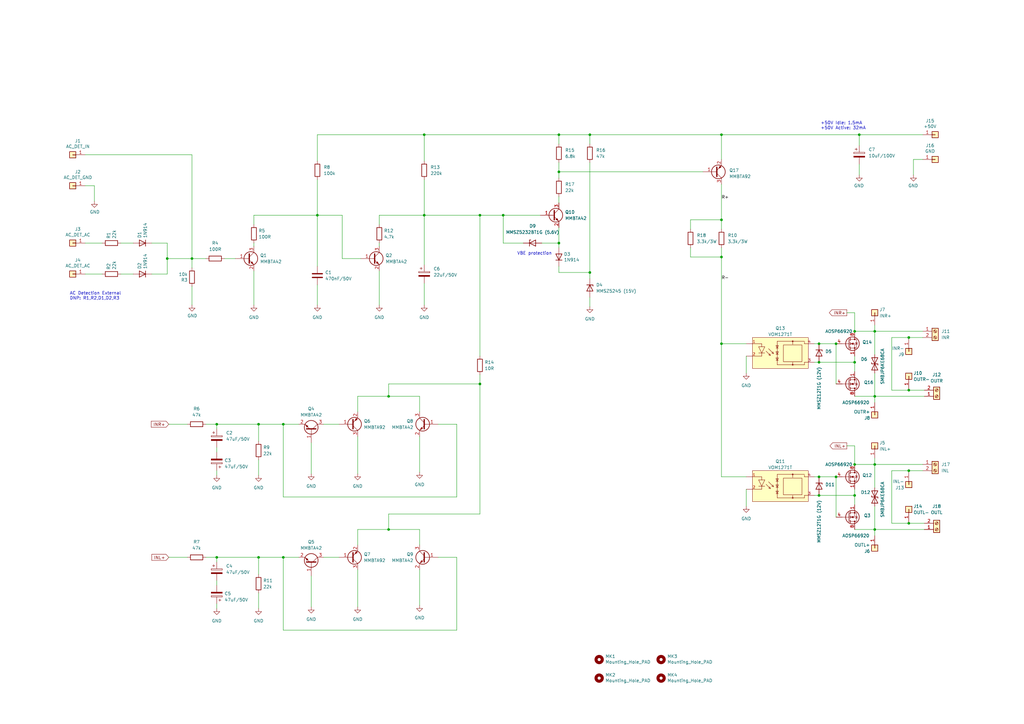
<source format=kicad_sch>
(kicad_sch (version 20230121) (generator eeschema)
  (paper "A3")
  (title_block (title "LS protection solid state relais") (date "2023-07-08") (rev "V8"))
  (lib_symbols
    (symbol "Connector:Screw_Terminal_01x02" (pin_names (offset 1.016) hide)
      (property "Reference" "J" (at 0 2.54 0))
      (property "Value" "Screw_Terminal_01x02" (at 0 -5.08 0))
      (symbol "Screw_Terminal_01x02_1_1"
        (rectangle (start -1.27 1.27) (end 1.27 -3.81) (stroke (width 0.254)) (fill (type background)))
        (circle (center 0 -2.54) (radius 0.635) (stroke (width 0.1524)))
        (polyline (pts (xy -0.5334 -2.2098) (xy 0.3302 -3.048)) (stroke (width 0.1524)))
        (polyline (pts (xy -0.5334 0.3302) (xy 0.3302 -0.508)) (stroke (width 0.1524)))
        (polyline (pts (xy -0.3556 -2.032) (xy 0.508 -2.8702)) (stroke (width 0.1524)))
        (polyline (pts (xy -0.3556 0.508) (xy 0.508 -0.3302)) (stroke (width 0.1524)))
        (circle (center 0 0) (radius 0.635) (stroke (width 0.1524)))
        (pin passive line (at -5.08 0 0) (length 3.81) (name "Pin_1") (number "1"))
        (pin passive line (at -5.08 -2.54 0) (length 3.81) (name "Pin_2") (number "2"))
      )
    )
    (symbol "Connector_Generic:Conn_01x01" (pin_names (offset 1.016) hide)
      (property "Reference" "J" (at 0 2.54 0))
      (property "Value" "Conn_01x01" (at 0 -2.54 0))
      (symbol "Conn_01x01_1_1"
        (rectangle (start -1.27 0.127) (end 0 -0.127) (stroke (width 0.1524)))
        (rectangle (start -1.27 1.27) (end 1.27 -1.27) (stroke (width 0.254)) (fill (type background)))
        (pin passive line (at -5.08 0 0) (length 3.81) (name "Pin_1") (number "1"))
      )
    )
    (symbol "Device:C" (pin_numbers hide) (pin_names (offset 0.254))
      (property "Reference" "C" (at 0.635 2.54 0))
      (property "Value" "C" (at 0.635 -2.54 0))
      (symbol "C_0_1"
        (polyline (pts (xy -2.032 -0.762) (xy 2.032 -0.762)) (stroke (width 0.508)))
        (polyline (pts (xy -2.032 0.762) (xy 2.032 0.762)) (stroke (width 0.508)))
      )
      (symbol "C_1_1"
        (pin passive line (at 0 3.81 270) (length 2.794) (name "~") (number "1"))
        (pin passive line (at 0 -3.81 90) (length 2.794) (name "~") (number "2"))
      )
    )
    (symbol "Device:C_Polarized" (pin_numbers hide) (pin_names (offset 0.254))
      (property "Reference" "C" (at 0.635 2.54 0))
      (property "Value" "C_Polarized" (at 0.635 -2.54 0))
      (symbol "C_Polarized_0_1"
        (rectangle (start -2.286 0.508) (end 2.286 1.016))
        (polyline (pts (xy -1.778 2.286) (xy -0.762 2.286)))
        (polyline (pts (xy -1.27 2.794) (xy -1.27 1.778)))
        (rectangle (start 2.286 -0.508) (end -2.286 -1.016) (fill (type outline)))
      )
      (symbol "C_Polarized_1_1"
        (pin passive line (at 0 3.81 270) (length 2.794) (name "~") (number "1"))
        (pin passive line (at 0 -3.81 90) (length 2.794) (name "~") (number "2"))
      )
    )
    (symbol "Device:D_TVS" (pin_numbers hide) (pin_names (offset 1.016) hide)
      (property "Reference" "D" (at 0 2.54 0))
      (property "Value" "D_TVS" (at 0 -2.54 0))
      (symbol "D_TVS_0_1"
        (polyline (pts (xy 1.27 0) (xy -1.27 0)))
        (polyline (pts (xy 0.508 1.27) (xy 0 1.27) (xy 0 -1.27) (xy -0.508 -1.27)) (stroke (width 0.254)))
        (polyline (pts (xy -2.54 1.27) (xy -2.54 -1.27) (xy 2.54 1.27) (xy 2.54 -1.27) (xy -2.54 1.27)) (stroke (width 0.254)))
      )
      (symbol "D_TVS_1_1"
        (pin passive line (at -3.81 0 0) (length 2.54) (name "A1") (number "1"))
        (pin passive line (at 3.81 0 180) (length 2.54) (name "A2") (number "2"))
      )
    )
    (symbol "Device:R" (pin_numbers hide) (pin_names (offset 0))
      (property "Reference" "R" (at 2.032 0 90))
      (property "Value" "R" (at 0 0 90))
      (symbol "R_0_1"
        (rectangle (start -1.016 -2.54) (end 1.016 2.54) (stroke (width 0.254)))
      )
      (symbol "R_1_1"
        (pin passive line (at 0 3.81 270) (length 1.27) (name "~") (number "1"))
        (pin passive line (at 0 -3.81 90) (length 1.27) (name "~") (number "2"))
      )
    )
    (symbol "Diode:1N4148" (pin_numbers hide) (pin_names (offset 1.016) hide)
      (property "Reference" "D" (at 0 2.54 0))
      (property "Value" "1N4148" (at 0 -2.54 0))
      (symbol "1N4148_0_1"
        (polyline (pts (xy -1.27 1.27) (xy -1.27 -1.27)) (stroke (width 0.254)))
        (polyline (pts (xy 1.27 0) (xy -1.27 0)))
        (polyline (pts (xy 1.27 1.27) (xy 1.27 -1.27) (xy -1.27 0) (xy 1.27 1.27)) (stroke (width 0.254)))
      )
      (symbol "1N4148_1_1"
        (pin passive line (at -3.81 0 0) (length 2.54) (name "K") (number "1"))
        (pin passive line (at 3.81 0 180) (length 2.54) (name "A") (number "2"))
      )
    )
    (symbol "Diode:1N47xxA" (pin_numbers hide) (pin_names (offset 1.016) hide)
      (property "Reference" "D" (at 0 2.54 0))
      (property "Value" "1N47xxA" (at 0 -2.54 0))
      (symbol "1N47xxA_0_1"
        (polyline (pts (xy 1.27 0) (xy -1.27 0)))
        (polyline (pts (xy -1.27 -1.27) (xy -1.27 1.27) (xy -0.762 1.27)) (stroke (width 0.254)))
        (polyline (pts (xy 1.27 -1.27) (xy 1.27 1.27) (xy -1.27 0) (xy 1.27 -1.27)) (stroke (width 0.254)))
      )
      (symbol "1N47xxA_1_1"
        (pin passive line (at -3.81 0 0) (length 2.54) (name "K") (number "1"))
        (pin passive line (at 3.81 0 180) (length 2.54) (name "A") (number "2"))
      )
    )
    (symbol "Mechanical:MountingHole" (pin_names (offset 1.016))
      (property "Reference" "H" (at 0 5.08 0))
      (property "Value" "MountingHole" (at 0 3.175 0))
      (symbol "MountingHole_0_1"
        (circle (center 0 0) (radius 1.27) (stroke (width 1.27)))
      )
    )
    (symbol "Transistor_BJT:MMBTA42" (pin_names (offset 0) hide)
      (property "Reference" "Q" (at 5.08 1.905 0))
      (property "Value" "MMBTA42" (at 5.08 0 0))
      (symbol "MMBTA42_0_1"
        (polyline (pts (xy 0 0) (xy 0.635 0)))
        (polyline (pts (xy 0.635 0.635) (xy 2.54 2.54)))
        (polyline (pts (xy 0.635 -0.635) (xy 2.54 -2.54) (xy 2.54 -2.54)))
        (polyline (pts (xy 0.635 1.905) (xy 0.635 -1.905) (xy 0.635 -1.905)) (stroke (width 0.508)))
        (polyline (pts (xy 1.27 -1.778) (xy 1.778 -1.27) (xy 2.286 -2.286) (xy 1.27 -1.778) (xy 1.27 -1.778)) (fill (type outline)))
        (circle (center 1.27 0) (radius 2.8194) (stroke (width 0.254)))
      )
      (symbol "MMBTA42_1_1"
        (pin input line (at -5.08 0 0) (length 5.08) (name "B") (number "1"))
        (pin passive line (at 2.54 -5.08 90) (length 2.54) (name "E") (number "2"))
        (pin passive line (at 2.54 5.08 270) (length 2.54) (name "C") (number "3"))
      )
    )
    (symbol "Transistor_BJT:MMBTA92" (pin_names (offset 0) hide)
      (property "Reference" "Q" (at 5.08 1.905 0))
      (property "Value" "MMBTA92" (at 5.08 0 0))
      (symbol "MMBTA92_0_1"
        (polyline (pts (xy 0 0) (xy 0.635 0)))
        (polyline (pts (xy 2.54 -2.54) (xy 0.635 -0.635)))
        (polyline (pts (xy 2.54 2.54) (xy 0.635 0.635)))
        (polyline (pts (xy 0.635 1.905) (xy 0.635 -1.905) (xy 0.635 -1.905)) (stroke (width 0.508)) (fill (type outline)))
        (polyline (pts (xy 1.905 -2.413) (xy 2.413 -1.905) (xy 1.397 -1.397) (xy 1.905 -2.413) (xy 1.905 -2.413)) (fill (type outline)))
        (circle (center 1.27 0) (radius 2.8194) (stroke (width 0.254)))
      )
      (symbol "MMBTA92_1_1"
        (pin input line (at -5.08 0 0) (length 5.08) (name "B") (number "1"))
        (pin passive line (at 2.54 -5.08 90) (length 2.54) (name "E") (number "2"))
        (pin passive line (at 2.54 5.08 270) (length 2.54) (name "C") (number "3"))
      )
    )
    (symbol "Transistor_FET:IRF7403" (pin_names hide)
      (property "Reference" "Q" (at 5.08 2.54 0))
      (property "Value" "IRF7403" (at 5.08 0 0))
      (symbol "IRF7403_0_1"
        (polyline (pts (xy 0.254 0) (xy -2.54 0)))
        (polyline (pts (xy 0.254 1.905) (xy 0.254 -1.905)) (stroke (width 0.254)))
        (polyline (pts (xy 0.762 -1.27) (xy 0.762 -2.286)) (stroke (width 0.254)))
        (polyline (pts (xy 0.762 0.508) (xy 0.762 -0.508)) (stroke (width 0.254)))
        (polyline (pts (xy 0.762 2.286) (xy 0.762 1.27)) (stroke (width 0.254)))
        (polyline (pts (xy 2.54 2.54) (xy 2.54 1.778)))
        (polyline (pts (xy 2.54 -2.54) (xy 2.54 0) (xy 0.762 0)))
        (polyline (pts (xy 0.762 -1.778) (xy 3.302 -1.778) (xy 3.302 1.778) (xy 0.762 1.778)))
        (polyline (pts (xy 1.016 0) (xy 2.032 0.381) (xy 2.032 -0.381) (xy 1.016 0)) (fill (type outline)))
        (polyline (pts (xy 2.794 0.508) (xy 2.921 0.381) (xy 3.683 0.381) (xy 3.81 0.254)))
        (polyline (pts (xy 3.302 0.381) (xy 2.921 -0.254) (xy 3.683 -0.254) (xy 3.302 0.381)))
        (circle (center 1.651 0) (radius 2.794) (stroke (width 0.254)))
        (circle (center 2.54 -1.778) (radius 0.254) (fill (type outline)))
        (circle (center 2.54 1.778) (radius 0.254) (fill (type outline)))
      )
      (symbol "IRF7403_1_1"
        (pin passive line (at 2.54 -5.08 90) (length 2.54) (name "S") (number "1"))
        (pin passive line (at 2.54 -5.08 90) (length 2.54) hide (name "S") (number "2"))
        (pin passive line (at 2.54 -5.08 90) (length 2.54) hide (name "S") (number "3"))
        (pin input line (at -5.08 0 0) (length 2.54) (name "G") (number "4"))
        (pin passive line (at 2.54 5.08 270) (length 2.54) hide (name "D") (number "5"))
        (pin passive line (at 2.54 5.08 270) (length 2.54) hide (name "D") (number "6"))
        (pin passive line (at 2.54 5.08 270) (length 2.54) hide (name "D") (number "7"))
        (pin passive line (at 2.54 5.08 270) (length 2.54) (name "D") (number "8"))
      )
    )
    (symbol "kicad-snk:VOM1271T" (pin_names (offset 1.016))
      (property "Reference" "Q" (at 0 5.08 0))
      (property "Value" "VOM1271T" (at 0 7.62 0))
      (symbol "VOM1271T_1_1"
        (polyline (pts (xy 7.62 -3.81) (xy 10.16 -3.81)))
        (polyline (pts (xy 7.62 -1.27) (xy 8.89 -3.81)))
        (polyline (pts (xy 7.62 -1.27) (xy 10.16 -1.27)))
        (polyline (pts (xy 8.89 -5.08) (xy 8.89 -3.81)))
        (polyline (pts (xy 8.89 -3.81) (xy 10.16 -1.27)))
        (polyline (pts (xy 8.89 0) (xy 8.89 -1.27)))
        (polyline (pts (xy 10.668 -3.048) (xy 12.446 -4.826)))
        (polyline (pts (xy 11.684 -2.032) (xy 13.716 -4.064)))
        (polyline (pts (xy 12.446 -4.826) (xy 11.684 -4.572)))
        (polyline (pts (xy 12.446 -4.826) (xy 12.192 -4.064)))
        (polyline (pts (xy 13.716 -4.064) (xy 12.954 -3.81)))
        (polyline (pts (xy 13.716 -4.064) (xy 13.462 -3.302)))
        (polyline (pts (xy 14.732 -6.858) (xy 15.748 -6.858)))
        (polyline (pts (xy 14.732 -5.842) (xy 15.748 -5.842)))
        (polyline (pts (xy 14.732 -4.318) (xy 15.748 -4.318)))
        (polyline (pts (xy 14.732 -3.302) (xy 15.24 -4.318)))
        (polyline (pts (xy 14.732 -3.302) (xy 15.748 -3.302)))
        (polyline (pts (xy 14.732 -1.778) (xy 15.748 -1.778)))
        (polyline (pts (xy 14.732 -0.762) (xy 15.748 -0.762)))
        (polyline (pts (xy 15.24 -8.636) (xy 15.24 1.016)))
        (polyline (pts (xy 15.24 -8.636) (xy 26.416 -8.636)))
        (polyline (pts (xy 15.24 -6.858) (xy 14.732 -5.842)))
        (polyline (pts (xy 15.24 -4.318) (xy 15.748 -3.302)))
        (polyline (pts (xy 15.24 -1.778) (xy 14.732 -0.762)))
        (polyline (pts (xy 15.24 1.016) (xy 26.416 1.016)))
        (polyline (pts (xy 15.748 -5.842) (xy 15.24 -6.858)))
        (polyline (pts (xy 15.748 -0.762) (xy 15.24 -1.778)))
        (polyline (pts (xy 21.59 -8.636) (xy 21.59 -7.62)))
        (polyline (pts (xy 21.59 1.016) (xy 21.59 -0.254)))
        (polyline (pts (xy 26.416 -8.636) (xy 26.416 -7.62)))
        (polyline (pts (xy 26.416 0) (xy 26.416 0.762)))
        (rectangle (start 5.08 2.54) (end 27.94 -10.16) (fill (type background)))
        (rectangle (start 17.78 -0.508) (end 25.4 -7.366) (fill (type background)))
        (circle (center 21.59 -8.636) (radius 0.254))
        (circle (center 21.59 1.016) (radius 0.254))
        (pin passive line (at 2.54 0 0) (length 6.35) (name "ANODE") (number "1"))
        (pin passive line (at 2.54 -5.08 0) (length 6.35) (name "CATHODE") (number "2"))
        (pin passive line (at 30.48 -7.62 180) (length 4.064) (name "3") (number "3"))
        (pin passive line (at 30.48 0 180) (length 4.064) (name "4") (number "4"))
      )
    )
    (symbol "power:GND" (power) (pin_names (offset 0))
      (property "Value" "GND" (at 0 -3.81 0))
      (symbol "GND_0_1"
        (polyline (pts (xy 0 0) (xy 0 -1.27) (xy 1.27 -1.27) (xy 0 -2.54) (xy -1.27 -1.27) (xy 0 -1.27)))
      )
      (symbol "GND_1_1"
        (pin power_in line (at 0 0 270) (length 0) hide (name "GND") (number "1"))
      )
    )
  )
  (junction (at 335.915 195.58))
  (junction (at 68.58 106.045))
  (junction (at 173.99 88.265))
  (junction (at 295.91 55.245))
  (junction (at 88.9 228.6))
  (junction (at 130.175 88.265))
  (junction (at 196.85 88.265))
  (junction (at 342.9 195.58))
  (junction (at 241.935 111.76))
  (junction (at 342.9 140.97))
  (junction (at 106.045 173.99))
  (junction (at 116.205 228.6))
  (junction (at 335.915 203.2))
  (junction (at 106.045 228.6))
  (junction (at 350.52 135.89))
  (junction (at 335.915 148.59))
  (junction (at 206.375 88.265))
  (junction (at 78.74 106.045))
  (junction (at 295.91 140.97))
  (junction (at 358.775 217.17))
  (junction (at 350.52 190.5))
  (junction (at 358.775 190.5))
  (junction (at 352.425 55.245))
  (junction (at 196.85 157.48))
  (junction (at 372.745 214.63))
  (junction (at 295.91 105.41))
  (junction (at 159.385 162.56))
  (junction (at 229.235 70.485))
  (junction (at 372.745 160.02))
  (junction (at 116.205 173.99))
  (junction (at 229.235 55.245))
  (junction (at 358.775 135.89))
  (junction (at 350.52 148.59))
  (junction (at 229.235 99.695))
  (junction (at 159.385 217.17))
  (junction (at 241.935 55.245))
  (junction (at 88.9 173.99))
  (junction (at 335.915 140.97))
  (junction (at 372.745 193.04))
  (junction (at 350.52 203.2))
  (junction (at 295.91 90.17))
  (junction (at 173.99 55.245))
  (junction (at 358.775 162.56))
  (junction (at 372.745 138.43))
  (wire (pts (xy 342.9 140.97) (xy 342.9 157.48)))
  (wire (pts (xy 116.205 203.835) (xy 187.325 203.835)))
  (wire (pts (xy 295.91 55.245) (xy 295.91 65.405)))
  (wire (pts (xy 196.85 210.82) (xy 196.85 157.48)))
  (wire (pts (xy 335.915 148.59) (xy 350.52 148.59)))
  (wire (pts (xy 104.14 111.125) (xy 104.14 125.095)))
  (wire (pts (xy 295.91 55.245) (xy 352.425 55.245)))
  (wire (pts (xy 229.235 70.485) (xy 288.29 70.485)))
  (wire (pts (xy 104.14 99.695) (xy 104.14 100.965)))
  (wire (pts (xy 132.715 228.6) (xy 139.065 228.6)))
  (wire (pts (xy 334.01 195.58) (xy 335.915 195.58)))
  (wire (pts (xy 92.075 106.045) (xy 96.52 106.045)))
  (wire (pts (xy 173.99 116.205) (xy 173.99 125.095)))
  (wire (pts (xy 88.9 228.6) (xy 88.9 230.505)))
  (wire (pts (xy 372.745 193.04) (xy 372.745 193.675)))
  (wire (pts (xy 358.775 217.17) (xy 379.095 217.17)))
  (wire (pts (xy 187.325 258.445) (xy 187.325 228.6)))
  (wire (pts (xy 159.385 157.48) (xy 159.385 162.56)))
  (wire (pts (xy 350.52 135.89) (xy 358.775 135.89)))
  (wire (pts (xy 372.745 159.385) (xy 372.745 160.02)))
  (wire (pts (xy 78.74 117.475) (xy 78.74 125.095)))
  (wire (pts (xy 358.775 145.415) (xy 358.775 135.89)))
  (wire (pts (xy 106.045 243.205) (xy 106.045 249.555)))
  (wire (pts (xy 196.85 157.48) (xy 159.385 157.48)))
  (wire (pts (xy 374.65 65.405) (xy 378.46 65.405)))
  (wire (pts (xy 229.235 93.345) (xy 229.235 99.695)))
  (wire (pts (xy 140.335 106.045) (xy 147.955 106.045)))
  (wire (pts (xy 335.915 140.97) (xy 342.9 140.97)))
  (wire (pts (xy 229.235 111.76) (xy 241.935 111.76)))
  (wire (pts (xy 127.635 181.61) (xy 127.635 194.31)))
  (wire (pts (xy 172.085 217.17) (xy 172.085 223.52)))
  (wire (pts (xy 88.9 173.99) (xy 106.045 173.99)))
  (wire (pts (xy 88.9 183.515) (xy 88.9 185.42)))
  (wire (pts (xy 140.335 88.265) (xy 140.335 106.045)))
  (wire (pts (xy 295.91 90.17) (xy 295.91 93.98)))
  (wire (pts (xy 295.91 140.97) (xy 295.91 195.58)))
  (wire (pts (xy 38.735 76.2) (xy 34.925 76.2)))
  (wire (pts (xy 295.91 105.41) (xy 295.91 140.97)))
  (wire (pts (xy 78.74 63.5) (xy 34.925 63.5)))
  (wire (pts (xy 173.99 88.265) (xy 155.575 88.265)))
  (wire (pts (xy 62.23 112.395) (xy 68.58 112.395)))
  (wire (pts (xy 241.935 121.92) (xy 241.935 125.73)))
  (wire (pts (xy 365.76 193.04) (xy 365.76 214.63)))
  (wire (pts (xy 334.01 203.2) (xy 335.915 203.2)))
  (wire (pts (xy 378.46 193.04) (xy 372.745 193.04)))
  (wire (pts (xy 378.46 138.43) (xy 372.745 138.43)))
  (wire (pts (xy 306.07 146.05) (xy 306.07 153.035)))
  (wire (pts (xy 116.205 228.6) (xy 116.205 258.445)))
  (wire (pts (xy 78.74 106.045) (xy 84.455 106.045)))
  (wire (pts (xy 49.53 99.695) (xy 54.61 99.695)))
  (wire (pts (xy 206.375 88.265) (xy 221.615 88.265)))
  (wire (pts (xy 347.345 182.88) (xy 350.52 182.88)))
  (wire (pts (xy 106.045 188.595) (xy 106.045 194.945)))
  (wire (pts (xy 358.775 190.5) (xy 378.46 190.5)))
  (wire (pts (xy 127.635 236.22) (xy 127.635 248.92)))
  (wire (pts (xy 350.52 200.66) (xy 350.52 203.2)))
  (wire (pts (xy 295.91 195.58) (xy 306.07 195.58)))
  (wire (pts (xy 283.21 93.98) (xy 283.21 90.17)))
  (wire (pts (xy 295.91 101.6) (xy 295.91 105.41)))
  (wire (pts (xy 241.935 111.76) (xy 241.935 114.3)))
  (wire (pts (xy 352.425 55.245) (xy 378.46 55.245)))
  (wire (pts (xy 229.235 109.22) (xy 229.235 111.76)))
  (wire (pts (xy 372.745 160.02) (xy 379.095 160.02)))
  (wire (pts (xy 155.575 88.265) (xy 155.575 92.075)))
  (wire (pts (xy 34.925 99.695) (xy 41.91 99.695)))
  (wire (pts (xy 173.99 55.245) (xy 130.175 55.245)))
  (wire (pts (xy 34.925 112.395) (xy 41.91 112.395)))
  (wire (pts (xy 68.58 106.045) (xy 68.58 112.395)))
  (wire (pts (xy 229.235 66.675) (xy 229.235 70.485)))
  (wire (pts (xy 49.53 112.395) (xy 54.61 112.395)))
  (wire (pts (xy 155.575 99.695) (xy 155.575 100.965)))
  (wire (pts (xy 106.045 228.6) (xy 116.205 228.6)))
  (wire (pts (xy 116.205 258.445) (xy 187.325 258.445)))
  (wire (pts (xy 173.99 73.66) (xy 173.99 88.265)))
  (wire (pts (xy 104.14 88.265) (xy 104.14 92.075)))
  (wire (pts (xy 196.85 88.265) (xy 196.85 146.05)))
  (wire (pts (xy 130.175 88.265) (xy 140.335 88.265)))
  (wire (pts (xy 295.91 140.97) (xy 306.07 140.97)))
  (wire (pts (xy 334.01 140.97) (xy 335.915 140.97)))
  (wire (pts (xy 350.52 217.17) (xy 358.775 217.17)))
  (wire (pts (xy 159.385 217.17) (xy 159.385 210.82)))
  (wire (pts (xy 106.045 173.99) (xy 106.045 180.975)))
  (wire (pts (xy 106.045 173.99) (xy 116.205 173.99)))
  (wire (pts (xy 116.205 173.99) (xy 122.555 173.99)))
  (wire (pts (xy 104.14 88.265) (xy 130.175 88.265)))
  (wire (pts (xy 358.775 207.645) (xy 358.775 217.17)))
  (wire (pts (xy 352.425 67.31) (xy 352.425 71.755)))
  (wire (pts (xy 78.74 106.045) (xy 78.74 109.855)))
  (wire (pts (xy 187.325 228.6) (xy 179.705 228.6)))
  (wire (pts (xy 130.175 73.66) (xy 130.175 88.265)))
  (wire (pts (xy 358.775 187.96) (xy 358.775 190.5)))
  (wire (pts (xy 358.775 217.17) (xy 358.775 219.71)))
  (wire (pts (xy 241.935 55.245) (xy 241.935 59.055)))
  (wire (pts (xy 146.685 179.07) (xy 146.685 194.31)))
  (wire (pts (xy 347.345 128.27) (xy 350.52 128.27)))
  (wire (pts (xy 173.99 55.245) (xy 229.235 55.245)))
  (wire (pts (xy 106.045 228.6) (xy 106.045 235.585)))
  (wire (pts (xy 350.52 182.88) (xy 350.52 190.5)))
  (wire (pts (xy 334.01 148.59) (xy 335.915 148.59)))
  (wire (pts (xy 342.9 195.58) (xy 342.9 212.09)))
  (wire (pts (xy 173.99 55.245) (xy 173.99 66.04)))
  (wire (pts (xy 295.91 75.565) (xy 295.91 90.17)))
  (wire (pts (xy 130.175 55.245) (xy 130.175 66.04)))
  (wire (pts (xy 130.175 88.265) (xy 130.175 109.22)))
  (wire (pts (xy 172.085 179.07) (xy 172.085 193.675)))
  (wire (pts (xy 68.58 99.695) (xy 62.23 99.695)))
  (wire (pts (xy 350.52 148.59) (xy 350.52 152.4)))
  (wire (pts (xy 283.21 105.41) (xy 283.21 101.6)))
  (wire (pts (xy 358.775 153.035) (xy 358.775 162.56)))
  (wire (pts (xy 222.25 99.695) (xy 229.235 99.695)))
  (wire (pts (xy 173.99 88.265) (xy 196.85 88.265)))
  (wire (pts (xy 159.385 162.56) (xy 172.085 162.56)))
  (wire (pts (xy 88.9 173.99) (xy 88.9 175.895)))
  (wire (pts (xy 283.21 90.17) (xy 295.91 90.17)))
  (wire (pts (xy 68.58 106.045) (xy 78.74 106.045)))
  (wire (pts (xy 350.52 146.05) (xy 350.52 148.59)))
  (wire (pts (xy 88.9 228.6) (xy 106.045 228.6)))
  (wire (pts (xy 229.235 99.695) (xy 229.235 101.6)))
  (wire (pts (xy 229.235 55.245) (xy 229.235 59.055)))
  (wire (pts (xy 350.52 128.27) (xy 350.52 135.89)))
  (wire (pts (xy 38.735 82.55) (xy 38.735 76.2)))
  (wire (pts (xy 187.325 203.835) (xy 187.325 173.99)))
  (wire (pts (xy 116.205 173.99) (xy 116.205 203.835)))
  (wire (pts (xy 229.235 70.485) (xy 229.235 73.025)))
  (wire (pts (xy 146.685 162.56) (xy 159.385 162.56)))
  (wire (pts (xy 88.9 193.04) (xy 88.9 194.945)))
  (wire (pts (xy 241.935 66.675) (xy 241.935 111.76)))
  (wire (pts (xy 88.9 238.125) (xy 88.9 240.03)))
  (wire (pts (xy 372.745 193.04) (xy 365.76 193.04)))
  (wire (pts (xy 372.745 213.995) (xy 372.745 214.63)))
  (wire (pts (xy 172.085 233.68) (xy 172.085 248.285)))
  (wire (pts (xy 146.685 217.17) (xy 159.385 217.17)))
  (wire (pts (xy 88.9 247.65) (xy 88.9 249.555)))
  (wire (pts (xy 365.76 160.02) (xy 372.745 160.02)))
  (wire (pts (xy 335.915 195.58) (xy 342.9 195.58)))
  (wire (pts (xy 196.85 153.67) (xy 196.85 157.48)))
  (wire (pts (xy 187.325 173.99) (xy 179.705 173.99)))
  (wire (pts (xy 335.915 203.2) (xy 350.52 203.2)))
  (wire (pts (xy 132.715 173.99) (xy 139.065 173.99)))
  (wire (pts (xy 350.52 162.56) (xy 358.775 162.56)))
  (wire (pts (xy 68.58 106.045) (xy 68.58 99.695)))
  (wire (pts (xy 69.215 173.99) (xy 76.835 173.99)))
  (wire (pts (xy 358.775 133.35) (xy 358.775 135.89)))
  (wire (pts (xy 372.745 214.63) (xy 379.095 214.63)))
  (wire (pts (xy 146.685 223.52) (xy 146.685 217.17)))
  (wire (pts (xy 206.375 99.695) (xy 206.375 88.265)))
  (wire (pts (xy 172.085 162.56) (xy 172.085 168.91)))
  (wire (pts (xy 358.775 200.025) (xy 358.775 190.5)))
  (wire (pts (xy 78.74 106.045) (xy 78.74 63.5)))
  (wire (pts (xy 196.85 88.265) (xy 206.375 88.265)))
  (wire (pts (xy 159.385 217.17) (xy 172.085 217.17)))
  (wire (pts (xy 84.455 228.6) (xy 88.9 228.6)))
  (wire (pts (xy 173.99 88.265) (xy 173.99 108.585)))
  (wire (pts (xy 358.775 135.89) (xy 378.46 135.89)))
  (wire (pts (xy 146.685 168.91) (xy 146.685 162.56)))
  (wire (pts (xy 229.235 80.645) (xy 229.235 83.185)))
  (wire (pts (xy 69.215 228.6) (xy 76.835 228.6)))
  (wire (pts (xy 84.455 173.99) (xy 88.9 173.99)))
  (wire (pts (xy 372.745 138.43) (xy 365.76 138.43)))
  (wire (pts (xy 283.21 105.41) (xy 295.91 105.41)))
  (wire (pts (xy 358.775 162.56) (xy 358.775 165.1)))
  (wire (pts (xy 155.575 111.125) (xy 155.575 125.095)))
  (wire (pts (xy 365.76 138.43) (xy 365.76 160.02)))
  (wire (pts (xy 365.76 214.63) (xy 372.745 214.63)))
  (wire (pts (xy 352.425 55.245) (xy 352.425 59.69)))
  (wire (pts (xy 130.175 116.84) (xy 130.175 125.095)))
  (wire (pts (xy 159.385 210.82) (xy 196.85 210.82)))
  (wire (pts (xy 146.685 233.68) (xy 146.685 248.92)))
  (wire (pts (xy 241.935 55.245) (xy 295.91 55.245)))
  (wire (pts (xy 372.745 138.43) (xy 372.745 139.065)))
  (wire (pts (xy 350.52 203.2) (xy 350.52 207.01)))
  (wire (pts (xy 374.65 71.755) (xy 374.65 65.405)))
  (wire (pts (xy 214.63 99.695) (xy 206.375 99.695)))
  (wire (pts (xy 229.235 55.245) (xy 241.935 55.245)))
  (wire (pts (xy 350.52 190.5) (xy 358.775 190.5)))
  (wire (pts (xy 306.07 200.66) (xy 306.07 207.645)))
  (wire (pts (xy 116.205 228.6) (xy 122.555 228.6)))
  (wire (pts (xy 358.775 162.56) (xy 379.095 162.56)))
  (text "+50V Idle: 1.5mA\n+50V Active: 32mA" (at 336.55 53.34 0) (effects (font (size 1.27 1.27)) (justify left bottom)))
  (text "AC Detection External\nDNP: R1,R2,D1,D2,R3" (at 28.575 123.19 0) (effects (font (size 1.27 1.27)) (justify left bottom)))
  (text "VBE protection" (at 212.09 104.775 0) (effects (font (size 1.27 1.27)) (justify left bottom)))
  (label "R+" (at 295.91 81.915 0))
  (label "R-" (at 295.91 114.935 0))
  (global_label "INL+" (shape output) (at 347.345 182.88 180) (property "Intersheetrefs" "${INTERSHEET_REFS}" (effects hide)))
  (global_label "INL+" (shape input) (at 69.215 228.6 180) (property "Intersheetrefs" "${INTERSHEET_REFS}" (effects hide)))
  (global_label "INR+" (shape output) (at 347.345 128.27 180) (property "Intersheetrefs" "${INTERSHEET_REFS}" (effects hide)))
  (global_label "INR+" (shape input) (at 69.215 173.99 180) (property "Intersheetrefs" "${INTERSHEET_REFS}" (effects hide)))
  (symbol (lib_id "power:GND") (at 374.65 71.755 0) (mirror y) (unit 1)
    (property "Reference" "#PWR0101" (effects hide))
    (property "Value" "GND" (at 374.523 76.1492 0))
  )
  (symbol (lib_id "Diode:1N47xxA") (at 335.915 144.78 270) (unit 1)
    (property "Reference" "D5" (at 338.455 144.145 90) (effects (justify left)))
    (property "Value" "MMSZ12T1G (12V)" (at 335.915 150.495 0) (effects (justify left)))
    (property "Footprint" "Diode_SMD:D_SOD-123" (effects hide))
  )
  (symbol (lib_id "power:GND") (at 306.07 207.645 0) (unit 1)
    (property "Reference" "#PWR0102" (effects hide))
    (property "Value" "GND" (at 306.07 212.725 0))
  )
  (symbol (lib_id "power:GND") (at 146.685 248.92 0) (unit 1)
    (property "Reference" "#PWR0110" (effects hide))
    (property "Value" "GND" (at 146.685 254 0))
  )
  (symbol (lib_id "Connector_Generic:Conn_01x01") (at 358.775 128.27 90) (unit 1)
    (property "Reference" "J7" (at 360.68 127 90) (effects (justify right)))
    (property "Value" "INR+" (at 360.68 129.54 90) (effects (justify right)))
    (property "Footprint" "kicad-snk:TE-726386-2_Pitch5.08mm_Drill1.3mm" (effects hide))
  )
  (symbol (lib_id "Device:R") (at 104.14 95.885 0) (unit 1)
    (property "Reference" "R5" (at 106.045 94.6149 0) (effects (justify left)))
    (property "Value" "100R" (at 106.045 97.1549 0) (effects (justify left)))
    (property "Footprint" "Resistor_SMD:R_0805_2012Metric_Pad1.20x1.40mm_HandSolder" (effects hide))
  )
  (symbol (lib_id "Transistor_FET:IRF7403") (at 347.98 195.58 0) (unit 1)
    (property "Reference" "Q12" (at 353.695 194.945 0) (effects (justify left)))
    (property "Value" "AOSP66920" (at 338.455 190.5 0) (effects (justify left)))
    (property "Footprint" "Package_SO:SOIC-8_3.9x4.9mm_P1.27mm" (effects hide))
    (property "Datasheet" "https://www.infineon.com/dgdl/irf7403pbf.pdf?fileId=5546d462533600a4015355fa23541b9c" (effects hide))
  )
  (symbol (lib_id "Transistor_BJT:MMBTA42") (at 174.625 228.6 0) (mirror y) (unit 1)
    (property "Reference" "Q9" (at 169.545 227.3299 0) (effects (justify left)))
    (property "Value" "MMBTA42" (at 169.545 229.8699 0) (effects (justify left)))
    (property "Footprint" "Package_TO_SOT_SMD:SOT-23" (effects hide))
    (property "Datasheet" "https://www.onsemi.com/pub/Collateral/MMBTA42LT1-D.PDF" (effects hide))
  )
  (symbol (lib_id "Transistor_BJT:MMBTA42") (at 101.6 106.045 0) (unit 1)
    (property "Reference" "Q1" (at 106.68 104.7749 0) (effects (justify left)))
    (property "Value" "MMBTA42" (at 106.68 107.3149 0) (effects (justify left)))
    (property "Footprint" "Package_TO_SOT_SMD:SOT-23" (effects hide))
    (property "Datasheet" "https://www.onsemi.com/pub/Collateral/MMBTA42LT1-D.PDF" (effects hide))
  )
  (symbol (lib_id "Transistor_BJT:MMBTA42") (at 153.035 106.045 0) (unit 1)
    (property "Reference" "Q2" (at 158.115 104.7749 0) (effects (justify left)))
    (property "Value" "MMBTA42" (at 158.115 107.3149 0) (effects (justify left)))
    (property "Footprint" "Package_TO_SOT_SMD:SOT-23" (effects hide))
    (property "Datasheet" "https://www.onsemi.com/pub/Collateral/MMBTA42LT1-D.PDF" (effects hide))
  )
  (symbol (lib_id "Connector_Generic:Conn_01x01") (at 358.775 170.18 270) (unit 1)
    (property "Reference" "J8" (at 356.87 171.45 90) (effects (justify right)))
    (property "Value" "OUTR+" (at 356.87 168.91 90) (effects (justify right)))
    (property "Footprint" "kicad-snk:TE-726386-2_Pitch5.08mm_Drill1.3mm" (effects hide))
  )
  (symbol (lib_id "Mechanical:MountingHole") (at 271.145 278.13 0) (unit 1)
    (property "Reference" "MK4" (at 273.685 276.8346 0) (effects (justify left)))
    (property "Value" "Mounting_Hole_PAD" (at 273.685 279.146 0) (effects (justify left)))
    (property "Footprint" "MountingHole:MountingHole_3.2mm_M3_Pad_Via" (effects hide))
  )
  (symbol (lib_id "Mechanical:MountingHole") (at 245.745 278.13 0) (unit 1)
    (property "Reference" "MK2" (at 248.285 276.8346 0) (effects (justify left)))
    (property "Value" "Mounting_Hole_PAD" (at 248.285 279.146 0) (effects (justify left)))
    (property "Footprint" "MountingHole:MountingHole_3.2mm_M3_Pad_Via" (effects hide))
  )
  (symbol (lib_id "Connector:Screw_Terminal_01x02") (at 383.54 135.89 0) (unit 1)
    (property "Reference" "J11" (at 386.08 135.8899 0) (effects (justify left)))
    (property "Value" "INR" (at 386.08 138.4299 0) (effects (justify left)))
    (property "Footprint" "TerminalBlock_RND:TerminalBlock_RND_205-00012_1x02_P5.00mm_Horizontal" (effects hide))
  )
  (symbol (lib_id "Diode:1N4148") (at 229.235 105.41 90) (unit 1)
    (property "Reference" "D3" (at 231.267 104.2416 90) (effects (justify right)))
    (property "Value" "1N914" (at 231.267 106.553 90) (effects (justify right)))
    (property "Footprint" "Diode_SMD:D_SOD-123" (effects hide))
    (property "Datasheet" "https://assets.nexperia.com/documents/data-sheet/1N4148_1N4448.pdf" (effects hide))
  )
  (symbol (lib_id "Connector_Generic:Conn_01x01") (at 29.845 63.5 180) (unit 1)
    (property "Reference" "J1" (at 31.9278 57.785 0))
    (property "Value" "AC_DET_IN" (at 31.9278 60.0964 0))
    (property "Footprint" "Connector_Pin:Pin_D1.0mm_L10.0mm" (effects hide))
  )
  (symbol (lib_id "Device:R") (at 45.72 112.395 90) (unit 1)
    (property "Reference" "R2" (at 44.5516 110.617 0) (effects (justify left)))
    (property "Value" "22k" (at 46.863 110.617 0) (effects (justify left)))
    (property "Footprint" "Resistor_SMD:R_0805_2012Metric_Pad1.20x1.40mm_HandSolder" (effects hide))
  )
  (symbol (lib_id "Device:C_Polarized") (at 88.9 189.23 180) (unit 1)
    (property "Reference" "C3" (at 92.075 188.8489 0) (effects (justify right)))
    (property "Value" "47uF/50V" (at 92.075 191.3889 0) (effects (justify right)))
    (property "Footprint" "Capacitor_THT:CP_Radial_D6.3mm_P2.50mm" (effects hide))
  )
  (symbol (lib_id "Connector_Generic:Conn_01x01") (at 29.845 112.395 180) (unit 1)
    (property "Reference" "J4" (at 31.9278 106.68 0))
    (property "Value" "AC_DET_AC" (at 31.9278 108.9914 0))
    (property "Footprint" "Connector_Pin:Pin_D1.0mm_L10.0mm" (effects hide))
  )
  (symbol (lib_id "Transistor_FET:IRF7403") (at 347.98 157.48 0) (mirror x) (unit 1)
    (property "Reference" "Q16" (at 354.33 156.845 0) (effects (justify left)))
    (property "Value" "AOSP66920" (at 345.44 165.1 0) (effects (justify left)))
    (property "Footprint" "Package_SO:SOIC-8_3.9x4.9mm_P1.27mm" (effects hide))
    (property "Datasheet" "https://www.infineon.com/dgdl/irf7403pbf.pdf?fileId=5546d462533600a4015355fa23541b9c" (effects hide))
  )
  (symbol (lib_id "power:GND") (at 38.735 82.55 0) (unit 1)
    (property "Reference" "#PWR0119" (effects hide))
    (property "Value" "GND" (at 38.862 86.9442 0))
  )
  (symbol (lib_id "Connector_Generic:Conn_01x01") (at 358.775 182.88 90) (unit 1)
    (property "Reference" "J5" (at 360.68 181.61 90) (effects (justify right)))
    (property "Value" "INL+" (at 360.68 184.15 90) (effects (justify right)))
    (property "Footprint" "kicad-snk:TE-726386-2_Pitch5.08mm_Drill1.3mm" (effects hide))
  )
  (symbol (lib_id "Device:R") (at 173.99 69.85 0) (unit 1)
    (property "Reference" "R13" (at 176.53 68.5799 0) (effects (justify left)))
    (property "Value" "220k" (at 176.53 71.1199 0) (effects (justify left)))
    (property "Footprint" "Resistor_SMD:R_0805_2012Metric_Pad1.20x1.40mm_HandSolder" (effects hide))
  )
  (symbol (lib_id "power:GND") (at 127.635 248.92 0) (unit 1)
    (property "Reference" "#PWR0107" (effects hide))
    (property "Value" "GND" (at 127.635 254 0))
  )
  (symbol (lib_id "power:GND") (at 88.9 249.555 0) (unit 1)
    (property "Reference" "#PWR0108" (effects hide))
    (property "Value" "GND" (at 88.9 254.635 0))
  )
  (symbol (lib_id "Mechanical:MountingHole") (at 271.145 270.51 0) (unit 1)
    (property "Reference" "MK3" (at 273.685 269.2146 0) (effects (justify left)))
    (property "Value" "Mounting_Hole_PAD" (at 273.685 271.526 0) (effects (justify left)))
    (property "Footprint" "MountingHole:MountingHole_3.2mm_M3_Pad_Via" (effects hide))
  )
  (symbol (lib_id "power:GND") (at 352.425 71.755 0) (mirror y) (unit 1)
    (property "Reference" "#PWR02" (effects hide))
    (property "Value" "GND" (at 352.298 76.1492 0))
  )
  (symbol (lib_id "Transistor_BJT:MMBTA92") (at 293.37 70.485 0) (mirror x) (unit 1)
    (property "Reference" "Q17" (at 299.085 69.85 0) (effects (justify left)))
    (property "Value" "MMBTA92" (at 299.085 72.39 0) (effects (justify left)))
    (property "Footprint" "Package_TO_SOT_SMD:SOT-23" (effects hide))
    (property "Datasheet" "https://www.onsemi.com/pub/Collateral/MMBTA92LT1-D.PDF" (effects hide))
  )
  (symbol (lib_id "Connector_Generic:Conn_01x01") (at 383.54 65.405 0) (mirror x) (unit 1)
    (property "Reference" "J16" (at 381.4572 59.69 0))
    (property "Value" "GND" (at 381.4572 62.0014 0))
    (property "Footprint" "Connector_Pin:Pin_D1.0mm_L10.0mm" (effects hide))
  )
  (symbol (lib_id "Device:C_Polarized") (at 88.9 234.315 0) (unit 1)
    (property "Reference" "C4" (at 92.71 232.1559 0) (effects (justify left)))
    (property "Value" "47uF/50V" (at 92.71 234.6959 0) (effects (justify left)))
    (property "Footprint" "Capacitor_THT:CP_Radial_D6.3mm_P2.50mm" (effects hide))
  )
  (symbol (lib_id "Transistor_BJT:MMBTA92") (at 144.145 228.6 0) (mirror x) (unit 1)
    (property "Reference" "Q7" (at 149.225 227.3299 0) (effects (justify left)))
    (property "Value" "MMBTA92" (at 149.225 229.8699 0) (effects (justify left)))
    (property "Footprint" "Package_TO_SOT_SMD:SOT-23" (effects hide))
    (property "Datasheet" "https://www.onsemi.com/pub/Collateral/MMBTA92LT1-D.PDF" (effects hide))
  )
  (symbol (lib_id "Device:C") (at 130.175 113.03 0) (unit 1)
    (property "Reference" "C1" (at 133.35 111.76 0) (effects (justify left)))
    (property "Value" "470nF/50V" (at 133.35 114.3 0) (effects (justify left)))
    (property "Footprint" "Capacitor_SMD:C_0805_2012Metric_Pad1.18x1.45mm_HandSolder" (effects hide))
  )
  (symbol (lib_id "Device:C_Polarized") (at 88.9 179.705 0) (unit 1)
    (property "Reference" "C2" (at 92.71 177.5459 0) (effects (justify left)))
    (property "Value" "47uF/50V" (at 92.71 180.0859 0) (effects (justify left)))
    (property "Footprint" "Capacitor_THT:CP_Radial_D6.3mm_P2.50mm" (effects hide))
  )
  (symbol (lib_id "power:GND") (at 306.07 153.035 0) (unit 1)
    (property "Reference" "#PWR01" (effects hide))
    (property "Value" "GND" (at 306.07 158.115 0))
  )
  (symbol (lib_id "Diode:1N4148") (at 58.42 112.395 180) (unit 1)
    (property "Reference" "D2" (at 57.2516 110.363 90) (effects (justify right)))
    (property "Value" "1N914" (at 59.563 110.363 90) (effects (justify right)))
    (property "Footprint" "Diode_SMD:D_SOD-123" (effects hide))
    (property "Datasheet" "https://assets.nexperia.com/documents/data-sheet/1N4148_1N4448.pdf" (effects hide))
  )
  (symbol (lib_id "Device:C_Polarized") (at 352.425 63.5 0) (unit 1)
    (property "Reference" "C7" (at 356.235 61.3409 0) (effects (justify left)))
    (property "Value" "10uF/100V" (at 356.235 63.8809 0) (effects (justify left)))
    (property "Footprint" "Capacitor_THT:CP_Radial_D6.3mm_P2.50mm" (effects hide))
  )
  (symbol (lib_id "Diode:1N4148") (at 58.42 99.695 180) (unit 1)
    (property "Reference" "D1" (at 57.2516 97.663 90) (effects (justify right)))
    (property "Value" "1N914" (at 59.563 97.663 90) (effects (justify right)))
    (property "Footprint" "Diode_SMD:D_SOD-123" (effects hide))
    (property "Datasheet" "https://assets.nexperia.com/documents/data-sheet/1N4148_1N4448.pdf" (effects hide))
  )
  (symbol (lib_id "Device:R") (at 78.74 113.665 180) (unit 1)
    (property "Reference" "R3" (at 76.962 114.8334 0) (effects (justify left)))
    (property "Value" "10k" (at 76.962 112.522 0) (effects (justify left)))
    (property "Footprint" "Resistor_SMD:R_0805_2012Metric_Pad1.20x1.40mm_HandSolder" (effects hide))
  )
  (symbol (lib_id "Transistor_FET:IRF7403") (at 347.98 212.09 0) (mirror x) (unit 1)
    (property "Reference" "Q3" (at 354.33 211.455 0) (effects (justify left)))
    (property "Value" "AOSP66920" (at 345.44 219.71 0) (effects (justify left)))
    (property "Footprint" "Package_SO:SOIC-8_3.9x4.9mm_P1.27mm" (effects hide))
    (property "Datasheet" "https://www.infineon.com/dgdl/irf7403pbf.pdf?fileId=5546d462533600a4015355fa23541b9c" (effects hide))
  )
  (symbol (lib_id "Device:R") (at 80.645 228.6 90) (unit 1)
    (property "Reference" "R7" (at 80.645 222.25 90))
    (property "Value" "47k" (at 80.645 224.79 90))
    (property "Footprint" "Resistor_SMD:R_0805_2012Metric_Pad1.20x1.40mm_HandSolder" (effects hide))
  )
  (symbol (lib_id "Device:R") (at 106.045 239.395 180) (unit 1)
    (property "Reference" "R11" (at 107.95 238.1249 0) (effects (justify right)))
    (property "Value" "22k" (at 107.95 240.6649 0) (effects (justify right)))
    (property "Footprint" "Resistor_SMD:R_0805_2012Metric_Pad1.20x1.40mm_HandSolder" (effects hide))
  )
  (symbol (lib_id "Device:D_TVS") (at 358.775 149.225 90) (unit 1)
    (property "Reference" "D6" (at 353.06 147.32 90) (effects (justify right)))
    (property "Value" "SMBJP6KE68CA" (at 361.95 142.875 0) (effects (justify right)))
    (property "Footprint" "Diode_SMD:D_SMB_Handsoldering" (effects hide))
  )
  (symbol (lib_id "Connector_Generic:Conn_01x01") (at 372.745 144.145 270) (unit 1)
    (property "Reference" "J9" (at 370.84 145.415 90) (effects (justify right)))
    (property "Value" "INR-" (at 370.84 142.875 90) (effects (justify right)))
    (property "Footprint" "kicad-snk:TE-726386-2_Pitch5.08mm_Drill1.3mm" (effects hide))
  )
  (symbol (lib_id "Device:R") (at 196.85 149.86 180) (unit 1)
    (property "Reference" "R14" (at 198.755 148.5899 0) (effects (justify right)))
    (property "Value" "10R" (at 198.755 151.1299 0) (effects (justify right)))
    (property "Footprint" "Resistor_SMD:R_0805_2012Metric_Pad1.20x1.40mm_HandSolder" (effects hide))
  )
  (symbol (lib_id "Connector_Generic:Conn_01x01") (at 29.845 76.2 180) (unit 1)
    (property "Reference" "J2" (at 31.9278 70.485 0))
    (property "Value" "AC_DET_GND" (at 31.9278 72.7964 0))
    (property "Footprint" "Connector_Pin:Pin_D1.0mm_L10.0mm" (effects hide))
  )
  (symbol (lib_id "Device:R") (at 229.235 76.835 0) (unit 1)
    (property "Reference" "R17" (at 231.775 75.5649 0) (effects (justify left)))
    (property "Value" "22k" (at 231.775 78.1049 0) (effects (justify left)))
    (property "Footprint" "Resistor_SMD:R_0805_2012Metric_Pad1.20x1.40mm_HandSolder" (effects hide))
  )
  (symbol (lib_id "Device:R") (at 229.235 62.865 0) (unit 1)
    (property "Reference" "R15" (at 231.775 61.5949 0) (effects (justify left)))
    (property "Value" "6.8k" (at 231.775 64.1349 0) (effects (justify left)))
    (property "Footprint" "Resistor_SMD:R_0805_2012Metric_Pad1.20x1.40mm_HandSolder" (effects hide))
  )
  (symbol (lib_id "Diode:1N47xxA") (at 335.915 199.39 270) (unit 1)
    (property "Reference" "D11" (at 338.455 198.755 90) (effects (justify left)))
    (property "Value" "MMSZ12T1G (12V)" (at 335.915 205.105 0) (effects (justify left)))
    (property "Footprint" "Diode_SMD:D_SOD-123" (effects hide))
  )
  (symbol (lib_id "Device:R") (at 283.21 97.79 0) (unit 1)
    (property "Reference" "R18" (at 285.75 96.52 0) (effects (justify left)))
    (property "Value" "3.3k/3W" (at 285.75 99.06 0) (effects (justify left)))
    (property "Footprint" "kicad-snk:RESC6332X120N" (effects hide))
  )
  (symbol (lib_id "Connector:Screw_Terminal_01x02") (at 383.54 190.5 0) (unit 1)
    (property "Reference" "J17" (at 386.08 190.4999 0) (effects (justify left)))
    (property "Value" "INL" (at 386.08 193.0399 0) (effects (justify left)))
    (property "Footprint" "TerminalBlock_RND:TerminalBlock_RND_205-00012_1x02_P5.00mm_Horizontal" (effects hide))
  )
  (symbol (lib_id "Diode:1N47xxA") (at 241.935 118.11 270) (unit 1)
    (property "Reference" "D4" (at 244.475 116.8399 90) (effects (justify left)))
    (property "Value" "MMSZ5245 (15V)" (at 244.475 119.3799 90) (effects (justify left)))
    (property "Footprint" "Diode_SMD:D_SOD-123" (effects hide))
  )
  (symbol (lib_id "Transistor_BJT:MMBTA42") (at 174.625 173.99 0) (mirror y) (unit 1)
    (property "Reference" "Q8" (at 169.545 172.7199 0) (effects (justify left)))
    (property "Value" "MMBTA42" (at 169.545 175.2599 0) (effects (justify left)))
    (property "Footprint" "Package_TO_SOT_SMD:SOT-23" (effects hide))
    (property "Datasheet" "https://www.onsemi.com/pub/Collateral/MMBTA42LT1-D.PDF" (effects hide))
  )
  (symbol (lib_id "kicad-snk:VOM1271T") (at 303.53 195.58 0) (unit 1)
    (property "Reference" "Q11" (at 320.04 189.23 0))
    (property "Value" "VOM1271T" (at 320.04 191.77 0))
    (property "Footprint" "kicad-snk:Vishay-VOM1271T-0-0-0" (effects hide))
    (property "Datasheet" "http://www.vishay.com/docs/83469/vom1271t.pdf" (effects hide))
    (property "ambient temperature range high" "+100°C" (effects hide))
    (property "ambient temperature range low" "-40°C" (effects hide))
    (property "category" "Trans" (effects hide))
    (property "device class L1" "Optoelectronics" (effects hide))
    (property "device class L2" "Optocouplers" (effects hide))
    (property "device class L3" "unset" (effects hide))
    (property "digikey description" "OPTOISOLATOR 4.5KV PHVOLT 4-SOP" (effects hide))
    (property "digikey part number" "VOM1271TCT-ND" (effects hide))
    (property "forward current" "50mA" (effects hide))
    (property "forward voltage" "1.4V" (effects hide))
    (property "height" "2.42mm" (effects hide))
    (property "isolation voltage" "4500V" (effects hide))
    (property "lead free" "yes" (effects hide))
    (property "library id" "46501697445aa64b" (effects hide))
    (property "manufacturer" "Vishay" (effects hide))
    (property "mouser description" "VOM1271 Series Single Channel 4500 Vrms Photovoltaic MOSFET Driver - SOP-4" (effects hide))
    (property "mouser part number" "78-VOM1271T" (effects hide))
    (property "package" "SOP4" (effects hide))
    (property "rohs" "yes" (effects hide))
    (property "standoff height" "0mm" (effects hide))
    (property "temperature range high" "+100°C" (effects hide))
    (property "temperature range low" "-40°C" (effects hide))
    (property "turn off delay time" "24us" (effects hide))
    (property "turn on delay time" "53us" (effects hide))
  )
  (symbol (lib_id "Device:R") (at 241.935 62.865 0) (unit 1)
    (property "Reference" "R16" (at 244.475 61.5949 0) (effects (justify left)))
    (property "Value" "47k" (at 244.475 64.1349 0) (effects (justify left)))
    (property "Footprint" "Resistor_SMD:R_0805_2012Metric_Pad1.20x1.40mm_HandSolder" (effects hide))
  )
  (symbol (lib_id "power:GND") (at 172.085 193.675 0) (unit 1)
    (property "Reference" "#PWR0103" (effects hide))
    (property "Value" "GND" (at 172.085 198.755 0))
  )
  (symbol (lib_id "Diode:1N47xxA") (at 218.44 99.695 0) (unit 1)
    (property "Reference" "D9" (at 218.44 92.71 0))
    (property "Value" "MMSZ5232BT1G (5.6V)" (at 218.44 95.25 0))
    (property "Footprint" "Diode_SMD:D_SOD-123" (effects hide))
  )
  (symbol (lib_id "Connector_Generic:Conn_01x01") (at 383.54 55.245 0) (mirror x) (unit 1)
    (property "Reference" "J15" (at 381.4572 49.53 0))
    (property "Value" "+50V" (at 381.4572 51.8414 0))
    (property "Footprint" "Connector_Pin:Pin_D1.0mm_L10.0mm" (effects hide))
  )
  (symbol (lib_id "power:GND") (at 155.575 125.095 0) (unit 1)
    (property "Reference" "#PWR0115" (effects hide))
    (property "Value" "GND" (at 155.575 130.175 0))
  )
  (symbol (lib_id "power:GND") (at 106.045 194.945 0) (unit 1)
    (property "Reference" "#PWR0114" (effects hide))
    (property "Value" "GND" (at 106.045 200.025 0))
  )
  (symbol (lib_id "Device:C_Polarized") (at 88.9 243.84 180) (unit 1)
    (property "Reference" "C5" (at 92.075 243.4589 0) (effects (justify right)))
    (property "Value" "47uF/50V" (at 92.075 245.9989 0) (effects (justify right)))
    (property "Footprint" "Capacitor_THT:CP_Radial_D6.3mm_P2.50mm" (effects hide))
  )
  (symbol (lib_id "power:GND") (at 88.9 194.945 0) (unit 1)
    (property "Reference" "#PWR0111" (effects hide))
    (property "Value" "GND" (at 88.9 200.025 0))
  )
  (symbol (lib_id "Connector_Generic:Conn_01x01") (at 29.845 99.695 180) (unit 1)
    (property "Reference" "J3" (at 31.9278 93.98 0))
    (property "Value" "AC_DET_AC" (at 31.9278 96.2914 0))
    (property "Footprint" "Connector_Pin:Pin_D1.0mm_L10.0mm" (effects hide))
  )
  (symbol (lib_id "Device:R") (at 80.645 173.99 90) (unit 1)
    (property "Reference" "R6" (at 80.645 167.64 90))
    (property "Value" "47k" (at 80.645 170.18 90))
    (property "Footprint" "Resistor_SMD:R_0805_2012Metric_Pad1.20x1.40mm_HandSolder" (effects hide))
  )
  (symbol (lib_id "Connector_Generic:Conn_01x01") (at 372.745 198.755 270) (unit 1)
    (property "Reference" "J13" (at 370.84 200.025 90) (effects (justify right)))
    (property "Value" "INL-" (at 370.84 197.485 90) (effects (justify right)))
    (property "Footprint" "kicad-snk:TE-726386-2_Pitch5.08mm_Drill1.3mm" (effects hide))
  )
  (symbol (lib_id "power:GND") (at 172.085 248.285 0) (unit 1)
    (property "Reference" "#PWR0106" (effects hide))
    (property "Value" "GND" (at 172.085 253.365 0))
  )
  (symbol (lib_id "power:GND") (at 78.74 125.095 0) (unit 1)
    (property "Reference" "#PWR0118" (effects hide))
    (property "Value" "GND" (at 78.867 129.4892 0))
  )
  (symbol (lib_id "power:GND") (at 173.99 125.095 0) (unit 1)
    (property "Reference" "#PWR0104" (effects hide))
    (property "Value" "GND" (at 173.99 130.175 0))
  )
  (symbol (lib_id "Device:R") (at 88.265 106.045 90) (unit 1)
    (property "Reference" "R4" (at 88.265 99.695 90))
    (property "Value" "100R" (at 88.265 102.235 90))
    (property "Footprint" "Resistor_SMD:R_0805_2012Metric_Pad1.20x1.40mm_HandSolder" (effects hide))
  )
  (symbol (lib_id "Connector:Screw_Terminal_01x02") (at 384.175 217.17 0) (mirror x) (unit 1)
    (property "Reference" "J18" (at 384.175 207.645 0))
    (property "Value" "OUTL" (at 384.175 210.185 0))
    (property "Footprint" "TerminalBlock_RND:TerminalBlock_RND_205-00012_1x02_P5.00mm_Horizontal" (effects hide))
  )
  (symbol (lib_id "power:GND") (at 106.045 249.555 0) (unit 1)
    (property "Reference" "#PWR0109" (effects hide))
    (property "Value" "GND" (at 106.045 254.635 0))
  )
  (symbol (lib_id "Transistor_BJT:MMBTA42") (at 226.695 88.265 0) (unit 1)
    (property "Reference" "Q10" (at 231.775 86.9949 0) (effects (justify left)))
    (property "Value" "MMBTA42" (at 231.775 89.5349 0) (effects (justify left)))
    (property "Footprint" "Package_TO_SOT_SMD:SOT-23" (effects hide))
    (property "Datasheet" "https://www.onsemi.com/pub/Collateral/MMBTA42LT1-D.PDF" (effects hide))
  )
  (symbol (lib_id "Transistor_BJT:MMBTA92") (at 144.145 173.99 0) (mirror x) (unit 1)
    (property "Reference" "Q6" (at 149.225 172.7199 0) (effects (justify left)))
    (property "Value" "MMBTA92" (at 149.225 175.2599 0) (effects (justify left)))
    (property "Footprint" "Package_TO_SOT_SMD:SOT-23" (effects hide))
    (property "Datasheet" "https://www.onsemi.com/pub/Collateral/MMBTA92LT1-D.PDF" (effects hide))
  )
  (symbol (lib_id "power:GND") (at 130.175 125.095 0) (unit 1)
    (property "Reference" "#PWR0116" (effects hide))
    (property "Value" "GND" (at 130.175 130.175 0))
  )
  (symbol (lib_id "power:GND") (at 127.635 194.31 0) (unit 1)
    (property "Reference" "#PWR0113" (effects hide))
    (property "Value" "GND" (at 127.635 199.39 0))
  )
  (symbol (lib_id "power:GND") (at 146.685 194.31 0) (unit 1)
    (property "Reference" "#PWR0112" (effects hide))
    (property "Value" "GND" (at 146.685 199.39 0))
  )
  (symbol (lib_id "Device:R") (at 45.72 99.695 90) (unit 1)
    (property "Reference" "R1" (at 44.5516 97.917 0) (effects (justify left)))
    (property "Value" "22k" (at 46.863 97.917 0) (effects (justify left)))
    (property "Footprint" "Resistor_SMD:R_0805_2012Metric_Pad1.20x1.40mm_HandSolder" (effects hide))
  )
  (symbol (lib_id "Connector_Generic:Conn_01x01") (at 358.775 224.79 270) (unit 1)
    (property "Reference" "J6" (at 356.87 226.06 90) (effects (justify right)))
    (property "Value" "OUTL+" (at 356.87 223.52 90) (effects (justify right)))
    (property "Footprint" "kicad-snk:TE-726386-2_Pitch5.08mm_Drill1.3mm" (effects hide))
  )
  (symbol (lib_id "Transistor_FET:IRF7403") (at 347.98 140.97 0) (unit 1)
    (property "Reference" "Q14" (at 353.695 140.335 0) (effects (justify left)))
    (property "Value" "AOSP66920" (at 338.455 135.89 0) (effects (justify left)))
    (property "Footprint" "Package_SO:SOIC-8_3.9x4.9mm_P1.27mm" (effects hide))
    (property "Datasheet" "https://www.infineon.com/dgdl/irf7403pbf.pdf?fileId=5546d462533600a4015355fa23541b9c" (effects hide))
  )
  (symbol (lib_id "Transistor_BJT:MMBTA42") (at 127.635 231.14 270) (mirror x) (unit 1)
    (property "Reference" "Q5" (at 127.635 222.25 90))
    (property "Value" "MMBTA42" (at 127.635 224.79 90))
    (property "Footprint" "Package_TO_SOT_SMD:SOT-23" (effects hide))
    (property "Datasheet" "https://www.onsemi.com/pub/Collateral/MMBTA42LT1-D.PDF" (effects hide))
  )
  (symbol (lib_id "Connector_Generic:Conn_01x01") (at 372.745 154.305 90) (unit 1)
    (property "Reference" "J10" (at 374.65 153.035 90) (effects (justify right)))
    (property "Value" "OUTR-" (at 374.65 155.575 90) (effects (justify right)))
    (property "Footprint" "kicad-snk:TE-726386-2_Pitch5.08mm_Drill1.3mm" (effects hide))
  )
  (symbol (lib_id "Connector_Generic:Conn_01x01") (at 372.745 208.915 90) (unit 1)
    (property "Reference" "J14" (at 374.65 207.645 90) (effects (justify right)))
    (property "Value" "OUTL-" (at 374.65 210.185 90) (effects (justify right)))
    (property "Footprint" "kicad-snk:TE-726386-2_Pitch5.08mm_Drill1.3mm" (effects hide))
  )
  (symbol (lib_id "Device:R") (at 106.045 184.785 180) (unit 1)
    (property "Reference" "R9" (at 107.95 183.5149 0) (effects (justify right)))
    (property "Value" "22k" (at 107.95 186.0549 0) (effects (justify right)))
    (property "Footprint" "Resistor_SMD:R_0805_2012Metric_Pad1.20x1.40mm_HandSolder" (effects hide))
  )
  (symbol (lib_id "Device:R") (at 295.91 97.79 0) (unit 1)
    (property "Reference" "R10" (at 298.45 96.52 0) (effects (justify left)))
    (property "Value" "3.3k/3W" (at 298.45 99.06 0) (effects (justify left)))
    (property "Footprint" "kicad-snk:RESC6332X120N" (effects hide))
  )
  (symbol (lib_id "power:GND") (at 241.935 125.73 0) (unit 1)
    (property "Reference" "#PWR0105" (effects hide))
    (property "Value" "GND" (at 241.935 130.81 0))
  )
  (symbol (lib_id "Device:C_Polarized") (at 173.99 112.395 0) (unit 1)
    (property "Reference" "C6" (at 177.8 110.2359 0) (effects (justify left)))
    (property "Value" "22uF/50V" (at 177.8 112.7759 0) (effects (justify left)))
    (property "Footprint" "Capacitor_THT:CP_Radial_D5.0mm_P2.00mm" (effects hide))
  )
  (symbol (lib_id "power:GND") (at 104.14 125.095 0) (unit 1)
    (property "Reference" "#PWR0117" (effects hide))
    (property "Value" "GND" (at 104.14 130.175 0))
  )
  (symbol (lib_id "kicad-snk:VOM1271T") (at 303.53 140.97 0) (unit 1)
    (property "Reference" "Q13" (at 320.04 134.62 0))
    (property "Value" "VOM1271T" (at 320.04 137.16 0))
    (property "Footprint" "kicad-snk:Vishay-VOM1271T-0-0-0" (effects hide))
    (property "Datasheet" "http://www.vishay.com/docs/83469/vom1271t.pdf" (effects hide))
    (property "ambient temperature range high" "+100°C" (effects hide))
    (property "ambient temperature range low" "-40°C" (effects hide))
    (property "category" "Trans" (effects hide))
    (property "device class L1" "Optoelectronics" (effects hide))
    (property "device class L2" "Optocouplers" (effects hide))
    (property "device class L3" "unset" (effects hide))
    (property "digikey description" "OPTOISOLATOR 4.5KV PHVOLT 4-SOP" (effects hide))
    (property "digikey part number" "VOM1271TCT-ND" (effects hide))
    (property "forward current" "50mA" (effects hide))
    (property "forward voltage" "1.4V" (effects hide))
    (property "height" "2.42mm" (effects hide))
    (property "isolation voltage" "4500V" (effects hide))
    (property "lead free" "yes" (effects hide))
    (property "library id" "46501697445aa64b" (effects hide))
    (property "manufacturer" "Vishay" (effects hide))
    (property "mouser description" "VOM1271 Series Single Channel 4500 Vrms Photovoltaic MOSFET Driver - SOP-4" (effects hide))
    (property "mouser part number" "78-VOM1271T" (effects hide))
    (property "package" "SOP4" (effects hide))
    (property "rohs" "yes" (effects hide))
    (property "standoff height" "0mm" (effects hide))
    (property "temperature range high" "+100°C" (effects hide))
    (property "temperature range low" "-40°C" (effects hide))
    (property "turn off delay time" "24us" (effects hide))
    (property "turn on delay time" "53us" (effects hide))
  )
  (symbol (lib_id "Device:R") (at 155.575 95.885 0) (unit 1)
    (property "Reference" "R12" (at 157.48 94.6149 0) (effects (justify left)))
    (property "Value" "4.7k" (at 157.48 97.1549 0) (effects (justify left)))
    (property "Footprint" "Resistor_SMD:R_0805_2012Metric_Pad1.20x1.40mm_HandSolder" (effects hide))
  )
  (symbol (lib_id "Connector:Screw_Terminal_01x02") (at 384.175 162.56 0) (mirror x) (unit 1)
    (property "Reference" "J12" (at 384.175 153.67 0))
    (property "Value" "OUTR" (at 384.175 156.21 0))
    (property "Footprint" "TerminalBlock_RND:TerminalBlock_RND_205-00012_1x02_P5.00mm_Horizontal" (effects hide))
  )
  (symbol (lib_id "Mechanical:MountingHole") (at 245.745 270.51 0) (unit 1)
    (property "Reference" "MK1" (at 248.285 269.2146 0) (effects (justify left)))
    (property "Value" "Mounting_Hole_PAD" (at 248.285 271.526 0) (effects (justify left)))
    (property "Footprint" "MountingHole:MountingHole_3.2mm_M3_Pad_Via" (effects hide))
  )
  (symbol (lib_id "Device:R") (at 130.175 69.85 0) (unit 1)
    (property "Reference" "R8" (at 132.715 68.5799 0) (effects (justify left)))
    (property "Value" "100k" (at 132.715 71.1199 0) (effects (justify left)))
    (property "Footprint" "Resistor_SMD:R_0805_2012Metric_Pad1.20x1.40mm_HandSolder" (effects hide))
  )
  (symbol (lib_id "Transistor_BJT:MMBTA42") (at 127.635 176.53 270) (mirror x) (unit 1)
    (property "Reference" "Q4" (at 127.635 167.64 90))
    (property "Value" "MMBTA42" (at 127.635 170.18 90))
    (property "Footprint" "Package_TO_SOT_SMD:SOT-23" (effects hide))
    (property "Datasheet" "https://www.onsemi.com/pub/Collateral/MMBTA42LT1-D.PDF" (effects hide))
  )
  (symbol (lib_id "Device:D_TVS") (at 358.775 203.835 90) (unit 1)
    (property "Reference" "D12" (at 353.06 201.93 90) (effects (justify right)))
    (property "Value" "SMBJP6KE68CA" (at 361.95 197.485 0) (effects (justify right)))
    (property "Footprint" "Diode_SMD:D_SMB_Handsoldering" (effects hide))
  )
)
</source>
